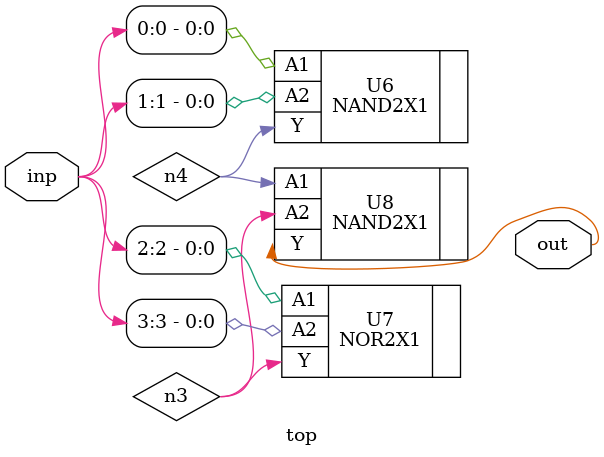
<source format=sv>


module top ( inp, out );
  input [3:0] inp;
  output out;
  wire   n3, n4;

  NAND2X1 U6 ( .A1(inp[0]), .A2(inp[1]), .Y(n4) );
  NOR2X1 U7 ( .A1(inp[2]), .A2(inp[3]), .Y(n3) );
  NAND2X1 U8 ( .A1(n4), .A2(n3), .Y(out) );
endmodule


</source>
